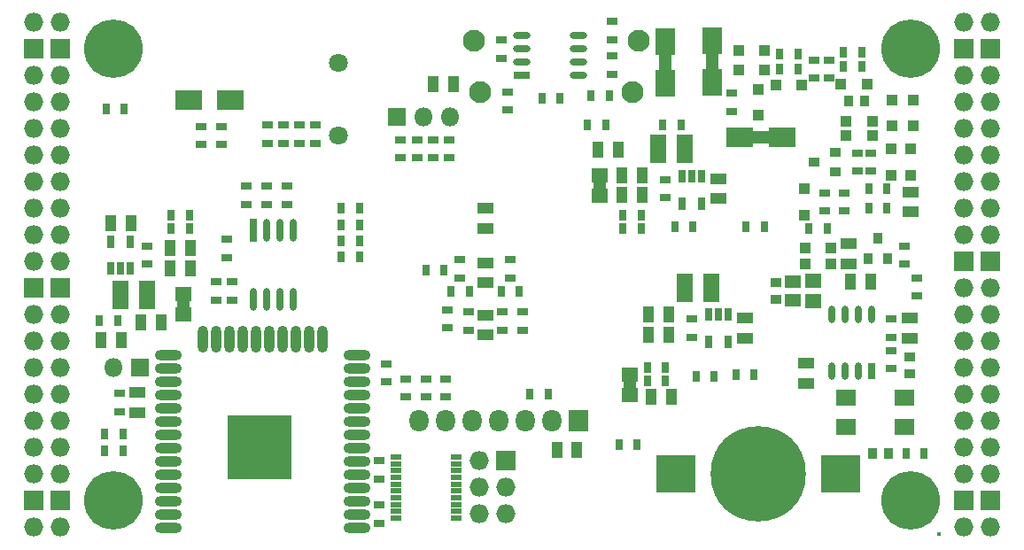
<source format=gbs>
G04 #@! TF.GenerationSoftware,KiCad,Pcbnew,5.0.0-rc3+dfsg1-1*
G04 #@! TF.CreationDate,2018-07-06T15:32:04+02:00*
G04 #@! TF.ProjectId,ulx3s,756C7833732E6B696361645F70636200,rev?*
G04 #@! TF.SameCoordinates,Original*
G04 #@! TF.FileFunction,Soldermask,Bot*
G04 #@! TF.FilePolarity,Negative*
%FSLAX46Y46*%
G04 Gerber Fmt 4.6, Leading zero omitted, Abs format (unit mm)*
G04 Created by KiCad (PCBNEW 5.0.0-rc3+dfsg1-1) date Fri Jul  6 15:32:04 2018*
%MOMM*%
%LPD*%
G01*
G04 APERTURE LIST*
%ADD10C,1.200000*%
%ADD11C,2.100000*%
%ADD12R,1.500000X1.395000*%
%ADD13R,2.600000X1.900000*%
%ADD14R,1.900000X2.600000*%
%ADD15R,3.800000X3.600000*%
%ADD16C,9.100000*%
%ADD17R,1.650000X0.700000*%
%ADD18O,1.650000X0.700000*%
%ADD19R,0.700000X2.200000*%
%ADD20O,0.700000X2.200000*%
%ADD21R,0.700000X1.650000*%
%ADD22O,0.700000X1.650000*%
%ADD23R,1.100000X0.500000*%
%ADD24R,0.800000X1.300000*%
%ADD25O,2.600000X1.000000*%
%ADD26O,1.000000X2.600000*%
%ADD27R,6.100000X6.100000*%
%ADD28O,1.827200X1.827200*%
%ADD29R,1.827200X1.827200*%
%ADD30C,5.600000*%
%ADD31R,1.827200X2.132000*%
%ADD32O,1.827200X2.132000*%
%ADD33C,1.800000*%
%ADD34R,1.900000X1.500000*%
%ADD35R,1.070000X1.600000*%
%ADD36R,0.770000X1.100000*%
%ADD37R,1.600000X1.070000*%
%ADD38R,1.100000X0.770000*%
%ADD39R,1.100000X1.100000*%
%ADD40C,0.400000*%
%ADD41R,1.800000X1.800000*%
%ADD42O,1.800000X1.800000*%
%ADD43R,1.600000X2.800000*%
%ADD44R,0.900000X1.000000*%
%ADD45R,1.000000X0.900000*%
%ADD46R,0.920000X1.100000*%
%ADD47R,1.100000X0.920000*%
%ADD48R,1.500000X1.220000*%
G04 APERTURE END LIST*
D10*
G04 #@! TO.C,RP3*
X149472000Y-77311000D02*
X149472000Y-79311000D01*
G04 #@! TO.C,RP2*
X109609000Y-88632000D02*
X109609000Y-90632000D01*
G04 #@! TO.C,RP1*
X152281000Y-96361000D02*
X152281000Y-98361000D01*
G04 #@! TO.C,RD9*
X166854000Y-73630000D02*
X162854000Y-73630000D01*
G04 #@! TO.C,RD52*
X160155000Y-64391000D02*
X160155000Y-68391000D01*
G04 #@! TO.C,RD51*
X155710000Y-68518000D02*
X155710000Y-64518000D01*
G04 #@! TD*
D11*
G04 #@! TO.C,GPDI1*
X152546000Y-69312000D03*
X138046000Y-69312000D03*
X153146000Y-64412000D03*
X137446000Y-64412000D03*
G04 #@! TD*
D12*
G04 #@! TO.C,RP3*
X149472000Y-79278500D03*
X149472000Y-77343500D03*
G04 #@! TD*
G04 #@! TO.C,RP2*
X109609000Y-90599500D03*
X109609000Y-88664500D03*
G04 #@! TD*
G04 #@! TO.C,RP1*
X152281000Y-98328500D03*
X152281000Y-96393500D03*
G04 #@! TD*
D13*
G04 #@! TO.C,RD9*
X162854000Y-73630000D03*
X166854000Y-73630000D03*
G04 #@! TD*
D14*
G04 #@! TO.C,RD52*
X160155000Y-68391000D03*
X160155000Y-64391000D03*
G04 #@! TD*
G04 #@! TO.C,RD51*
X155710000Y-64518000D03*
X155710000Y-68518000D03*
G04 #@! TD*
D15*
G04 #@! TO.C,BAT1*
X172485000Y-105870000D03*
X156685000Y-105870000D03*
D16*
X164585000Y-105870000D03*
G04 #@! TD*
D17*
G04 #@! TO.C,U11*
X141980000Y-67706500D03*
D18*
X141980000Y-66436500D03*
X141980000Y-65166500D03*
X141980000Y-63896500D03*
X147380000Y-63896500D03*
X147380000Y-65166500D03*
X147380000Y-66436500D03*
X147380000Y-67706500D03*
G04 #@! TD*
D19*
G04 #@! TO.C,U10*
X116340000Y-82520000D03*
D20*
X117610000Y-82520000D03*
X118880000Y-82520000D03*
X120150000Y-82520000D03*
X120150000Y-89124000D03*
X118880000Y-89124000D03*
X117610000Y-89124000D03*
X116340000Y-89124000D03*
G04 #@! TD*
D21*
G04 #@! TO.C,U7*
X175395000Y-96015000D03*
D22*
X174125000Y-96015000D03*
X172855000Y-96015000D03*
X171585000Y-96015000D03*
X171585000Y-90615000D03*
X172855000Y-90615000D03*
X174125000Y-90615000D03*
X175395000Y-90615000D03*
G04 #@! TD*
D23*
G04 #@! TO.C,U6*
X129935000Y-104215000D03*
X129935000Y-104865000D03*
X129935000Y-105515000D03*
X129935000Y-106165000D03*
X129935000Y-106815000D03*
X129935000Y-107465000D03*
X129935000Y-108115000D03*
X129935000Y-108765000D03*
X129935000Y-109415000D03*
X129935000Y-110065000D03*
X135735000Y-110065000D03*
X135735000Y-109415000D03*
X135735000Y-108765000D03*
X135735000Y-108115000D03*
X135735000Y-107465000D03*
X135735000Y-106815000D03*
X135735000Y-106165000D03*
X135735000Y-105515000D03*
X135735000Y-104865000D03*
X135735000Y-104215000D03*
G04 #@! TD*
D24*
G04 #@! TO.C,U5*
X157285000Y-77392000D03*
X158235000Y-77392000D03*
X159185000Y-77392000D03*
X159185000Y-79992000D03*
X157285000Y-79992000D03*
G04 #@! TD*
G04 #@! TO.C,U3*
X159825000Y-90600000D03*
X160775000Y-90600000D03*
X161725000Y-90600000D03*
X161725000Y-93200000D03*
X159825000Y-93200000D03*
G04 #@! TD*
G04 #@! TO.C,U4*
X104575000Y-86215000D03*
X103625000Y-86215000D03*
X102675000Y-86215000D03*
X102675000Y-83615000D03*
X104575000Y-83615000D03*
G04 #@! TD*
D25*
G04 #@! TO.C,U9*
X126230000Y-111000000D03*
X126230000Y-109730000D03*
X126230000Y-108460000D03*
X126230000Y-107190000D03*
X126230000Y-105920000D03*
X126230000Y-104650000D03*
X126230000Y-103380000D03*
X126230000Y-102110000D03*
X126230000Y-100840000D03*
X126230000Y-99570000D03*
X126230000Y-98300000D03*
X126230000Y-97030000D03*
X126230000Y-95760000D03*
X126230000Y-94490000D03*
D26*
X122945000Y-93000000D03*
X121675000Y-93000000D03*
X120405000Y-93000000D03*
X119135000Y-93000000D03*
X117865000Y-93000000D03*
X116595000Y-93000000D03*
X115325000Y-93000000D03*
X114055000Y-93000000D03*
X112785000Y-93000000D03*
X111515000Y-93000000D03*
D25*
X108230000Y-94490000D03*
X108230000Y-95760000D03*
X108230000Y-97030000D03*
X108230000Y-98300000D03*
X108230000Y-99570000D03*
X108230000Y-100840000D03*
X108230000Y-102110000D03*
X108230000Y-103380000D03*
X108230000Y-104650000D03*
X108230000Y-105920000D03*
X108230000Y-107190000D03*
X108230000Y-108460000D03*
X108230000Y-109730000D03*
X108230000Y-111000000D03*
D27*
X116930000Y-103300000D03*
G04 #@! TD*
D28*
G04 #@! TO.C,J1*
X97910000Y-62690000D03*
X95370000Y-62690000D03*
D29*
X97910000Y-65230000D03*
X95370000Y-65230000D03*
D28*
X97910000Y-67770000D03*
X95370000Y-67770000D03*
X97910000Y-70310000D03*
X95370000Y-70310000D03*
X97910000Y-72850000D03*
X95370000Y-72850000D03*
X97910000Y-75390000D03*
X95370000Y-75390000D03*
X97910000Y-77930000D03*
X95370000Y-77930000D03*
X97910000Y-80470000D03*
X95370000Y-80470000D03*
X97910000Y-83010000D03*
X95370000Y-83010000D03*
X97910000Y-85550000D03*
X95370000Y-85550000D03*
D29*
X97910000Y-88090000D03*
X95370000Y-88090000D03*
D28*
X97910000Y-90630000D03*
X95370000Y-90630000D03*
X97910000Y-93170000D03*
X95370000Y-93170000D03*
X97910000Y-95710000D03*
X95370000Y-95710000D03*
X97910000Y-98250000D03*
X95370000Y-98250000D03*
X97910000Y-100790000D03*
X95370000Y-100790000D03*
X97910000Y-103330000D03*
X95370000Y-103330000D03*
X97910000Y-105870000D03*
X95370000Y-105870000D03*
D29*
X97910000Y-108410000D03*
X95370000Y-108410000D03*
D28*
X97910000Y-110950000D03*
X95370000Y-110950000D03*
G04 #@! TD*
G04 #@! TO.C,J2*
X184270000Y-110950000D03*
X186810000Y-110950000D03*
D29*
X184270000Y-108410000D03*
X186810000Y-108410000D03*
D28*
X184270000Y-105870000D03*
X186810000Y-105870000D03*
X184270000Y-103330000D03*
X186810000Y-103330000D03*
X184270000Y-100790000D03*
X186810000Y-100790000D03*
X184270000Y-98250000D03*
X186810000Y-98250000D03*
X184270000Y-95710000D03*
X186810000Y-95710000D03*
X184270000Y-93170000D03*
X186810000Y-93170000D03*
X184270000Y-90630000D03*
X186810000Y-90630000D03*
X184270000Y-88090000D03*
X186810000Y-88090000D03*
D29*
X184270000Y-85550000D03*
X186810000Y-85550000D03*
D28*
X184270000Y-83010000D03*
X186810000Y-83010000D03*
X184270000Y-80470000D03*
X186810000Y-80470000D03*
X184270000Y-77930000D03*
X186810000Y-77930000D03*
X184270000Y-75390000D03*
X186810000Y-75390000D03*
X184270000Y-72850000D03*
X186810000Y-72850000D03*
X184270000Y-70310000D03*
X186810000Y-70310000D03*
X184270000Y-67770000D03*
X186810000Y-67770000D03*
D29*
X184270000Y-65230000D03*
X186810000Y-65230000D03*
D28*
X184270000Y-62690000D03*
X186810000Y-62690000D03*
G04 #@! TD*
D30*
G04 #@! TO.C,H1*
X102990000Y-108410000D03*
G04 #@! TD*
G04 #@! TO.C,H2*
X179190000Y-108410000D03*
G04 #@! TD*
G04 #@! TO.C,H3*
X179190000Y-65230000D03*
G04 #@! TD*
G04 #@! TO.C,H4*
X102990000Y-65230000D03*
G04 #@! TD*
D29*
G04 #@! TO.C,J4*
X140455000Y-104600000D03*
D28*
X137915000Y-104600000D03*
X140455000Y-107140000D03*
X137915000Y-107140000D03*
X140455000Y-109680000D03*
X137915000Y-109680000D03*
G04 #@! TD*
D31*
G04 #@! TO.C,OLED1*
X147440000Y-100790000D03*
D32*
X144900000Y-100790000D03*
X142360000Y-100790000D03*
X139820000Y-100790000D03*
X137280000Y-100790000D03*
X134740000Y-100790000D03*
X132200000Y-100790000D03*
G04 #@! TD*
D33*
G04 #@! TO.C,AUDIO1*
X124468000Y-66518000D03*
X124468000Y-73518000D03*
G04 #@! TD*
D34*
G04 #@! TO.C,Y2*
X178576000Y-98522000D03*
X172976000Y-98522000D03*
X172976000Y-101322000D03*
X178576000Y-101322000D03*
G04 #@! TD*
D35*
G04 #@! TO.C,C47*
X133546000Y-68550000D03*
X135456000Y-68550000D03*
G04 #@! TD*
G04 #@! TO.C,C1*
X102748500Y-81885000D03*
X104658500Y-81885000D03*
G04 #@! TD*
D36*
G04 #@! TO.C,C2*
X153985000Y-96910000D03*
X155735000Y-96910000D03*
G04 #@! TD*
D35*
G04 #@! TO.C,C3*
X156015000Y-90630000D03*
X154105000Y-90630000D03*
G04 #@! TD*
G04 #@! TO.C,C4*
X154105000Y-92535000D03*
X156015000Y-92535000D03*
G04 #@! TD*
D37*
G04 #@! TO.C,C5*
X163315000Y-90945000D03*
X163315000Y-92855000D03*
G04 #@! TD*
D36*
G04 #@! TO.C,C6*
X151645000Y-82375000D03*
X153395000Y-82375000D03*
G04 #@! TD*
D35*
G04 #@! TO.C,C7*
X153475000Y-79200000D03*
X151565000Y-79200000D03*
G04 #@! TD*
G04 #@! TO.C,C8*
X153475000Y-77295000D03*
X151565000Y-77295000D03*
G04 #@! TD*
D37*
G04 #@! TO.C,C9*
X160775000Y-79520000D03*
X160775000Y-77610000D03*
G04 #@! TD*
D36*
G04 #@! TO.C,C10*
X108465000Y-81105000D03*
X110215000Y-81105000D03*
G04 #@! TD*
D35*
G04 #@! TO.C,C11*
X108385000Y-84280000D03*
X110295000Y-84280000D03*
G04 #@! TD*
G04 #@! TO.C,C12*
X110295000Y-86185000D03*
X108385000Y-86185000D03*
G04 #@! TD*
D37*
G04 #@! TO.C,C13*
X173221000Y-83833000D03*
X173221000Y-85743000D03*
G04 #@! TD*
D38*
G04 #@! TO.C,C14*
X175380000Y-76900000D03*
X175380000Y-75150000D03*
G04 #@! TD*
D37*
G04 #@! TO.C,C15*
X105276000Y-99967000D03*
X105276000Y-98057000D03*
G04 #@! TD*
D35*
G04 #@! TO.C,C16*
X173424000Y-87473000D03*
X175334000Y-87473000D03*
G04 #@! TD*
D37*
G04 #@! TO.C,C17*
X138500000Y-90665000D03*
X138500000Y-92575000D03*
G04 #@! TD*
D38*
G04 #@! TO.C,C18*
X150589600Y-64359000D03*
X150589600Y-62609000D03*
G04 #@! TD*
D37*
G04 #@! TO.C,C19*
X138500000Y-82375000D03*
X138500000Y-80465000D03*
G04 #@! TD*
G04 #@! TO.C,C20*
X138500000Y-87575000D03*
X138500000Y-85665000D03*
G04 #@! TD*
D35*
G04 #@! TO.C,C21*
X103706000Y-93061000D03*
X101796000Y-93061000D03*
G04 #@! TD*
G04 #@! TO.C,C22*
X154359000Y-98504000D03*
X156269000Y-98504000D03*
G04 #@! TD*
G04 #@! TO.C,C23*
X105591000Y-91392000D03*
X107501000Y-91392000D03*
G04 #@! TD*
G04 #@! TO.C,C24*
X151189000Y-74882000D03*
X149279000Y-74882000D03*
G04 #@! TD*
D38*
G04 #@! TO.C,C25*
X140900000Y-87095000D03*
X140900000Y-85345000D03*
G04 #@! TD*
G04 #@! TO.C,C26*
X136100000Y-87095000D03*
X136100000Y-85345000D03*
G04 #@! TD*
G04 #@! TO.C,C27*
X136900000Y-92095000D03*
X136900000Y-90345000D03*
G04 #@! TD*
G04 #@! TO.C,C28*
X140100000Y-90345000D03*
X140100000Y-92095000D03*
G04 #@! TD*
G04 #@! TO.C,C29*
X142100000Y-92095000D03*
X142100000Y-90345000D03*
G04 #@! TD*
G04 #@! TO.C,C30*
X134900000Y-90145000D03*
X134900000Y-91895000D03*
G04 #@! TD*
D36*
G04 #@! TO.C,C31*
X135225000Y-88420000D03*
X136975000Y-88420000D03*
G04 #@! TD*
G04 #@! TO.C,C32*
X140025000Y-88420000D03*
X141775000Y-88420000D03*
G04 #@! TD*
G04 #@! TO.C,C33*
X163425000Y-82220000D03*
X165175000Y-82220000D03*
G04 #@! TD*
G04 #@! TO.C,C34*
X158375000Y-82220000D03*
X156625000Y-82220000D03*
G04 #@! TD*
D38*
G04 #@! TO.C,C35*
X177300000Y-94025000D03*
X177300000Y-95775000D03*
G04 #@! TD*
D35*
G04 #@! TO.C,C46*
X145342000Y-103584000D03*
X147252000Y-103584000D03*
G04 #@! TD*
D36*
G04 #@! TO.C,C48*
X103995000Y-70963000D03*
X102245000Y-70963000D03*
G04 #@! TD*
G04 #@! TO.C,C49*
X103372000Y-91156000D03*
X101622000Y-91156000D03*
G04 #@! TD*
D38*
G04 #@! TO.C,C50*
X179713000Y-88856000D03*
X179713000Y-87106000D03*
G04 #@! TD*
D36*
G04 #@! TO.C,C51*
X180473000Y-103856000D03*
X178723000Y-103856000D03*
G04 #@! TD*
G04 #@! TO.C,C52*
X158645000Y-96490000D03*
X160395000Y-96490000D03*
G04 #@! TD*
G04 #@! TO.C,C53*
X132827200Y-86330000D03*
X134577200Y-86330000D03*
G04 #@! TD*
D37*
G04 #@! TO.C,C54*
X169172000Y-95281000D03*
X169172000Y-97191000D03*
G04 #@! TD*
G04 #@! TO.C,D11*
X179190000Y-80790000D03*
X179190000Y-78880000D03*
G04 #@! TD*
D39*
G04 #@! TO.C,D10*
X169050000Y-84280000D03*
X171550000Y-84280000D03*
G04 #@! TD*
G04 #@! TO.C,D12*
X169030000Y-78585000D03*
X169030000Y-81085000D03*
G04 #@! TD*
G04 #@! TO.C,D13*
X171550000Y-85804000D03*
X169050000Y-85804000D03*
G04 #@! TD*
G04 #@! TO.C,D14*
X179190000Y-74775000D03*
X179190000Y-77275000D03*
G04 #@! TD*
G04 #@! TO.C,D15*
X177285000Y-77275000D03*
X177285000Y-74775000D03*
G04 #@! TD*
G04 #@! TO.C,D16*
X172987000Y-73503000D03*
X175487000Y-73503000D03*
G04 #@! TD*
G04 #@! TO.C,D17*
X164585000Y-69060000D03*
X164585000Y-71560000D03*
G04 #@! TD*
G04 #@! TO.C,D20*
X168756000Y-68659000D03*
X166256000Y-68659000D03*
G04 #@! TD*
G04 #@! TO.C,D21*
X174979000Y-68550000D03*
X172479000Y-68550000D03*
G04 #@! TD*
G04 #@! TO.C,D23*
X165200000Y-67262000D03*
X162700000Y-67262000D03*
G04 #@! TD*
G04 #@! TO.C,D24*
X162700000Y-65357000D03*
X165200000Y-65357000D03*
G04 #@! TD*
G04 #@! TO.C,D25*
X177412000Y-72594000D03*
X177412000Y-70094000D03*
G04 #@! TD*
G04 #@! TO.C,D26*
X179444000Y-70094000D03*
X179444000Y-72594000D03*
G04 #@! TD*
D40*
G04 #@! TO.C,AE1*
X181872000Y-111603000D03*
G04 #@! TD*
D38*
G04 #@! TO.C,R49*
X113277000Y-74360000D03*
X113277000Y-72610000D03*
G04 #@! TD*
G04 #@! TO.C,R50*
X111372000Y-72610000D03*
X111372000Y-74360000D03*
G04 #@! TD*
D36*
G04 #@! TO.C,R51*
X155455000Y-72487000D03*
X157205000Y-72487000D03*
G04 #@! TD*
D38*
G04 #@! TO.C,R52*
X171331000Y-66278000D03*
X171331000Y-68028000D03*
G04 #@! TD*
G04 #@! TO.C,R53*
X169919000Y-68028000D03*
X169919000Y-66278000D03*
G04 #@! TD*
D36*
G04 #@! TO.C,R54*
X174477000Y-65502000D03*
X172727000Y-65502000D03*
G04 #@! TD*
D38*
G04 #@! TO.C,R56*
X128390000Y-106321000D03*
X128390000Y-104571000D03*
G04 #@! TD*
G04 #@! TO.C,R57*
X117722000Y-72483000D03*
X117722000Y-74233000D03*
G04 #@! TD*
G04 #@! TO.C,R58*
X119246000Y-74233000D03*
X119246000Y-72483000D03*
G04 #@! TD*
G04 #@! TO.C,R59*
X120770000Y-72483000D03*
X120770000Y-74233000D03*
G04 #@! TD*
G04 #@! TO.C,R60*
X122294000Y-74233000D03*
X122294000Y-72483000D03*
G04 #@! TD*
D36*
G04 #@! TO.C,R61*
X145655000Y-69900000D03*
X143905000Y-69900000D03*
G04 #@! TD*
D41*
G04 #@! TO.C,J3*
X105530000Y-95710000D03*
D42*
X102990000Y-95710000D03*
G04 #@! TD*
D41*
G04 #@! TO.C,J5*
X130056000Y-71725000D03*
D42*
X132596000Y-71725000D03*
X135136000Y-71725000D03*
G04 #@! TD*
D36*
G04 #@! TO.C,R40*
X166631000Y-65738000D03*
X168381000Y-65738000D03*
G04 #@! TD*
D38*
G04 #@! TO.C,R55*
X134740000Y-96740000D03*
X134740000Y-98490000D03*
G04 #@! TD*
D37*
G04 #@! TO.C,C55*
X179078000Y-90963000D03*
X179078000Y-92873000D03*
G04 #@! TD*
D38*
G04 #@! TO.C,R65*
X177300000Y-92793000D03*
X177300000Y-91043000D03*
G04 #@! TD*
D43*
G04 #@! TO.C,L1*
X160140000Y-88090000D03*
X157600000Y-88090000D03*
G04 #@! TD*
G04 #@! TO.C,L2*
X103625000Y-88725000D03*
X106165000Y-88725000D03*
G04 #@! TD*
G04 #@! TO.C,L3*
X155060000Y-74755000D03*
X157600000Y-74755000D03*
G04 #@! TD*
D36*
G04 #@! TO.C,R1*
X171175000Y-82375000D03*
X169425000Y-82375000D03*
G04 #@! TD*
D38*
G04 #@! TO.C,R2*
X172840000Y-78960000D03*
X172840000Y-80710000D03*
G04 #@! TD*
G04 #@! TO.C,R3*
X162045000Y-71185000D03*
X162045000Y-69435000D03*
G04 #@! TD*
D36*
G04 #@! TO.C,R4*
X176890000Y-80470000D03*
X175140000Y-80470000D03*
G04 #@! TD*
D38*
G04 #@! TO.C,R5*
X174110000Y-75150000D03*
X174110000Y-76900000D03*
G04 #@! TD*
G04 #@! TO.C,R6*
X178555000Y-85790000D03*
X178555000Y-84040000D03*
G04 #@! TD*
G04 #@! TO.C,R7*
X113785000Y-85155000D03*
X113785000Y-83405000D03*
G04 #@! TD*
G04 #@! TO.C,R8*
X170935000Y-80710000D03*
X170935000Y-78960000D03*
G04 #@! TD*
G04 #@! TO.C,R9*
X128390000Y-110555000D03*
X128390000Y-108805000D03*
G04 #@! TD*
D36*
G04 #@! TO.C,R10*
X151264000Y-103076000D03*
X153014000Y-103076000D03*
G04 #@! TD*
D38*
G04 #@! TO.C,R11*
X119515000Y-80093000D03*
X119515000Y-78343000D03*
G04 #@! TD*
G04 #@! TO.C,R12*
X114308000Y-89219000D03*
X114308000Y-87469000D03*
G04 #@! TD*
D36*
G04 #@! TO.C,R13*
X175140000Y-78565000D03*
X176890000Y-78565000D03*
G04 #@! TD*
G04 #@! TO.C,R14*
X124721000Y-85060000D03*
X126471000Y-85060000D03*
G04 #@! TD*
G04 #@! TO.C,R15*
X126471000Y-83536000D03*
X124721000Y-83536000D03*
G04 #@! TD*
G04 #@! TO.C,R16*
X124721000Y-82012000D03*
X126471000Y-82012000D03*
G04 #@! TD*
G04 #@! TO.C,R17*
X126471000Y-80470000D03*
X124721000Y-80470000D03*
G04 #@! TD*
D38*
G04 #@! TO.C,R18*
X130422000Y-73898000D03*
X130422000Y-75648000D03*
G04 #@! TD*
G04 #@! TO.C,R19*
X131961000Y-73898000D03*
X131961000Y-75648000D03*
G04 #@! TD*
G04 #@! TO.C,R20*
X133485000Y-73898000D03*
X133485000Y-75648000D03*
G04 #@! TD*
G04 #@! TO.C,R21*
X135009000Y-75648000D03*
X135009000Y-73898000D03*
G04 #@! TD*
G04 #@! TO.C,R22*
X140025500Y-66105000D03*
X140025500Y-64355000D03*
G04 #@! TD*
G04 #@! TO.C,R23*
X140597000Y-71076000D03*
X140597000Y-69326000D03*
G04 #@! TD*
G04 #@! TO.C,R24*
X150615000Y-67647000D03*
X150615000Y-65897000D03*
G04 #@! TD*
D36*
G04 #@! TO.C,R25*
X148300000Y-72487000D03*
X150050000Y-72487000D03*
G04 #@! TD*
G04 #@! TO.C,R26*
X150362000Y-69693000D03*
X148612000Y-69693000D03*
G04 #@! TD*
D38*
G04 #@! TO.C,R27*
X129025000Y-95300000D03*
X129025000Y-97050000D03*
G04 #@! TD*
G04 #@! TO.C,R28*
X117595000Y-78343000D03*
X117595000Y-80093000D03*
G04 #@! TD*
G04 #@! TO.C,R29*
X112784000Y-89219000D03*
X112784000Y-87469000D03*
G04 #@! TD*
G04 #@! TO.C,R30*
X115690000Y-78343000D03*
X115690000Y-80093000D03*
G04 #@! TD*
D36*
G04 #@! TO.C,R31*
X142755000Y-98250000D03*
X144505000Y-98250000D03*
G04 #@! TD*
D38*
G04 #@! TO.C,R32*
X132835000Y-98490000D03*
X132835000Y-96740000D03*
G04 #@! TD*
G04 #@! TO.C,R33*
X130930000Y-96740000D03*
X130930000Y-98490000D03*
G04 #@! TD*
D36*
G04 #@! TO.C,R34*
X102115000Y-103600000D03*
X103865000Y-103600000D03*
G04 #@! TD*
G04 #@! TO.C,R35*
X102115000Y-102060000D03*
X103865000Y-102060000D03*
G04 #@! TD*
D38*
G04 #@! TO.C,R38*
X103576500Y-99905000D03*
X103576500Y-98155000D03*
G04 #@! TD*
D36*
G04 #@! TO.C,R39*
X164190000Y-96345000D03*
X162440000Y-96345000D03*
G04 #@! TD*
G04 #@! TO.C,R63*
X168381000Y-67135000D03*
X166631000Y-67135000D03*
G04 #@! TD*
G04 #@! TO.C,R64*
X174475000Y-66899000D03*
X172725000Y-66899000D03*
G04 #@! TD*
G04 #@! TO.C,RA1*
X153985000Y-95640000D03*
X155735000Y-95640000D03*
G04 #@! TD*
G04 #@! TO.C,RA2*
X110215000Y-82375000D03*
X108465000Y-82375000D03*
G04 #@! TD*
G04 #@! TO.C,RA3*
X151645000Y-81105000D03*
X153395000Y-81105000D03*
G04 #@! TD*
D38*
G04 #@! TO.C,RB1*
X158235000Y-92775000D03*
X158235000Y-91025000D03*
G04 #@! TD*
G04 #@! TO.C,RB2*
X106165000Y-85790000D03*
X106165000Y-84040000D03*
G04 #@! TD*
G04 #@! TO.C,RB3*
X155695000Y-79440000D03*
X155695000Y-77690000D03*
G04 #@! TD*
D13*
G04 #@! TO.C,D8*
X110149000Y-70074000D03*
X114149000Y-70074000D03*
G04 #@! TD*
D44*
G04 #@! TO.C,Q1*
X176015000Y-83280000D03*
X175065000Y-85280000D03*
X176965000Y-85280000D03*
G04 #@! TD*
D45*
G04 #@! TO.C,Q2*
X171935000Y-75075000D03*
X171935000Y-76975000D03*
X169935000Y-76025000D03*
G04 #@! TD*
D39*
G04 #@! TO.C,D27*
X175502000Y-72106000D03*
X173002000Y-72106000D03*
G04 #@! TD*
D46*
G04 #@! TO.C,R66*
X173198000Y-70201000D03*
X174798000Y-70201000D03*
G04 #@! TD*
D47*
G04 #@! TO.C,C56*
X179078000Y-96274000D03*
X179078000Y-94674000D03*
G04 #@! TD*
D46*
G04 #@! TO.C,C57*
X177084000Y-103856000D03*
X175484000Y-103856000D03*
G04 #@! TD*
D48*
G04 #@! TO.C,C58*
X167902000Y-89242000D03*
X167902000Y-87482000D03*
G04 #@! TD*
D47*
G04 #@! TO.C,C59*
X166251000Y-89162000D03*
X166251000Y-87562000D03*
G04 #@! TD*
D12*
G04 #@! TO.C,L4*
X169807000Y-87394500D03*
X169807000Y-89329500D03*
G04 #@! TD*
M02*

</source>
